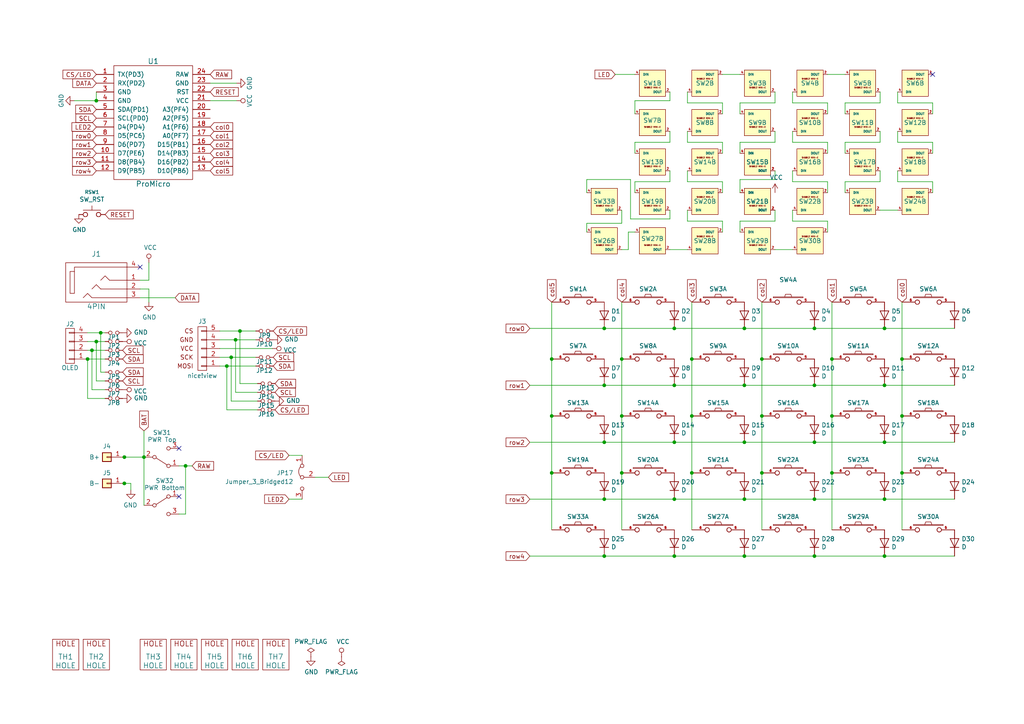
<source format=kicad_sch>
(kicad_sch (version 20231120) (generator "eeschema") (generator_version "8.0")
  (paper "A4")
  (junction (at 195.58 128.27))
  (junction (at 160.02 120.65))
  (junction (at 41.7576 132.588))
  (junction (at 261.62 104.14))
  (junction (at 195.58 111.76))
  (junction (at 256.54 128.27))
  (junction (at 256.54 161.29))
  (junction (at 160.02 104.14))
  (junction (at 27.94 99.06))
  (junction (at 29.21 96.52))
  (junction (at 67.056 103.632))
  (junction (at 200.66 104.14))
  (junction (at 236.22 128.27))
  (junction (at 220.98 137.16))
  (junction (at 236.22 95.25))
  (junction (at 69.596 96.012))
  (junction (at 160.02 137.16))
  (junction (at 65.786 106.172))
  (junction (at 175.26 128.27))
  (junction (at 195.58 95.25))
  (junction (at 256.54 111.76))
  (junction (at 200.66 137.16))
  (junction (at 261.62 137.16))
  (junction (at 220.98 104.14))
  (junction (at 236.22 111.76))
  (junction (at 175.26 144.78))
  (junction (at 180.34 104.14))
  (junction (at 256.54 95.25))
  (junction (at 68.326 98.552))
  (junction (at 215.9 95.25))
  (junction (at 241.3 120.65))
  (junction (at 215.9 128.27))
  (junction (at 195.58 144.78))
  (junction (at 236.22 144.78))
  (junction (at 215.9 144.78))
  (junction (at 175.26 111.76))
  (junction (at 27.94 29.21))
  (junction (at 175.26 95.25))
  (junction (at 220.98 120.65))
  (junction (at 200.66 120.65))
  (junction (at 195.58 161.29))
  (junction (at 25.4 104.14))
  (junction (at 180.34 137.16))
  (junction (at 36.068 140.208))
  (junction (at 53.8226 135.128))
  (junction (at 256.54 144.78))
  (junction (at 241.3 104.14))
  (junction (at 26.67 101.6))
  (junction (at 215.9 111.76))
  (junction (at 241.3 137.16))
  (junction (at 180.34 120.65))
  (junction (at 215.9 161.29))
  (junction (at 36.068 132.588))
  (junction (at 175.26 161.29))
  (junction (at 236.22 161.29))
  (junction (at 261.62 120.65))
  (no_connect (at 51.9176 130.048))
  (no_connect (at 51.9176 144.018))
  (no_connect (at 40.64 77.47))
  (no_connect (at 270.51 21.59))
  (wire (pts (xy 69.596 111.252) (xy 69.596 96.012)))
  (wire (pts (xy 160.02 120.65) (xy 160.02 137.16)))
  (wire (pts (xy 215.9 128.27) (xy 236.22 128.27)))
  (wire (pts (xy 229.87 29.845) (xy 229.87 26.67)))
  (wire (pts (xy 40.64 86.36) (xy 50.8 86.36)))
  (wire (pts (xy 41.7576 124.968) (xy 41.7576 132.588)))
  (wire (pts (xy 175.26 161.29) (xy 195.58 161.29)))
  (wire (pts (xy 199.39 29.845) (xy 199.39 26.67)))
  (wire (pts (xy 199.39 41.275) (xy 199.39 38.1)))
  (wire (pts (xy 63.754 106.172) (xy 65.786 106.172)))
  (wire (pts (xy 199.39 52.705) (xy 199.39 49.53)))
  (wire (pts (xy 256.54 128.27) (xy 276.86 128.27)))
  (wire (pts (xy 209.55 64.135) (xy 199.39 64.135)))
  (wire (pts (xy 180.34 72.39) (xy 182.245 72.39)))
  (wire (pts (xy 224.79 26.67) (xy 224.79 29.845)))
  (wire (pts (xy 60.96 29.21) (xy 68.58 29.21)))
  (wire (pts (xy 25.4 99.06) (xy 27.94 99.06)))
  (wire (pts (xy 51.9176 149.098) (xy 53.8226 149.098)))
  (wire (pts (xy 182.245 67.31) (xy 184.15 67.31)))
  (wire (pts (xy 184.15 41.275) (xy 184.15 44.45)))
  (wire (pts (xy 220.98 120.65) (xy 220.98 137.16)))
  (wire (pts (xy 87.63 132.08) (xy 83.82 132.08)))
  (wire (pts (xy 51.9176 135.128) (xy 53.8226 135.128)))
  (wire (pts (xy 194.31 49.53) (xy 194.31 52.705)))
  (wire (pts (xy 25.4 115.57) (xy 30.48 115.57)))
  (wire (pts (xy 27.94 110.49) (xy 30.48 110.49)))
  (wire (pts (xy 36.068 140.208) (xy 36.0426 140.208)))
  (wire (pts (xy 270.51 44.45) (xy 270.51 41.275)))
  (wire (pts (xy 236.22 128.27) (xy 256.54 128.27)))
  (wire (pts (xy 215.9 111.76) (xy 236.22 111.76)))
  (wire (pts (xy 53.8226 149.098) (xy 53.8226 135.128)))
  (wire (pts (xy 41.7576 132.588) (xy 41.7576 146.558)))
  (wire (pts (xy 241.3 137.16) (xy 241.3 120.65)))
  (wire (pts (xy 43.18 81.28) (xy 40.64 81.28)))
  (wire (pts (xy 209.55 33.02) (xy 209.55 29.845)))
  (wire (pts (xy 240.03 64.135) (xy 229.87 64.135)))
  (wire (pts (xy 27.94 26.67) (xy 27.94 29.21)))
  (wire (pts (xy 200.66 104.14) (xy 200.66 120.65)))
  (wire (pts (xy 229.87 64.135) (xy 229.87 60.96)))
  (wire (pts (xy 209.55 29.845) (xy 199.39 29.845)))
  (wire (pts (xy 256.54 161.29) (xy 276.86 161.29)))
  (wire (pts (xy 37.9476 142.113) (xy 37.9476 140.208)))
  (wire (pts (xy 214.63 41.275) (xy 214.63 44.45)))
  (wire (pts (xy 195.58 128.27) (xy 175.26 128.27)))
  (wire (pts (xy 67.056 116.332) (xy 67.056 103.632)))
  (wire (pts (xy 25.4 104.14) (xy 25.4 115.57)))
  (wire (pts (xy 194.31 41.275) (xy 184.15 41.275)))
  (wire (pts (xy 95.25 138.43) (xy 91.44 138.43)))
  (wire (pts (xy 194.31 72.39) (xy 199.39 72.39)))
  (wire (pts (xy 195.58 95.25) (xy 215.9 95.25)))
  (wire (pts (xy 224.79 52.07) (xy 214.63 52.07)))
  (wire (pts (xy 224.79 60.96) (xy 224.79 64.135)))
  (wire (pts (xy 160.02 87.63) (xy 160.02 104.14)))
  (wire (pts (xy 240.03 52.705) (xy 229.87 52.705)))
  (wire (pts (xy 43.18 83.82) (xy 43.18 87.63)))
  (wire (pts (xy 184.15 52.705) (xy 184.15 55.88)))
  (wire (pts (xy 245.11 29.845) (xy 245.11 33.02)))
  (wire (pts (xy 194.31 52.705) (xy 184.15 52.705)))
  (wire (pts (xy 261.62 104.14) (xy 261.62 87.63)))
  (wire (pts (xy 256.54 95.25) (xy 276.86 95.25)))
  (wire (pts (xy 182.245 72.39) (xy 182.245 67.31)))
  (wire (pts (xy 261.62 120.65) (xy 261.62 104.14)))
  (wire (pts (xy 245.11 52.705) (xy 245.11 55.88)))
  (wire (pts (xy 160.02 104.14) (xy 160.02 120.65)))
  (wire (pts (xy 178.435 21.59) (xy 184.15 21.59)))
  (wire (pts (xy 63.754 101.092) (xy 78.994 101.092)))
  (wire (pts (xy 240.03 55.88) (xy 240.03 52.705)))
  (wire (pts (xy 25.4 101.6) (xy 26.67 101.6)))
  (wire (pts (xy 65.786 106.172) (xy 74.168 106.172)))
  (wire (pts (xy 224.79 29.845) (xy 214.63 29.845)))
  (wire (pts (xy 260.35 41.275) (xy 260.35 38.1)))
  (wire (pts (xy 195.58 95.25) (xy 175.26 95.25)))
  (wire (pts (xy 255.27 52.705) (xy 245.11 52.705)))
  (wire (pts (xy 53.8226 135.128) (xy 55.7276 135.128)))
  (wire (pts (xy 255.27 60.96) (xy 260.35 60.96)))
  (wire (pts (xy 195.58 161.29) (xy 215.9 161.29)))
  (wire (pts (xy 200.66 137.16) (xy 200.66 153.67)))
  (wire (pts (xy 256.54 95.25) (xy 236.22 95.25)))
  (wire (pts (xy 194.31 38.1) (xy 194.31 41.275)))
  (wire (pts (xy 194.31 60.96) (xy 194.31 63.5)))
  (wire (pts (xy 209.55 41.275) (xy 199.39 41.275)))
  (wire (pts (xy 255.27 38.1) (xy 255.27 41.275)))
  (wire (pts (xy 175.26 95.25) (xy 153.67 95.25)))
  (wire (pts (xy 224.79 41.275) (xy 214.63 41.275)))
  (wire (pts (xy 245.11 41.275) (xy 245.11 44.45)))
  (wire (pts (xy 214.63 64.135) (xy 214.63 67.31)))
  (wire (pts (xy 180.34 137.16) (xy 180.34 153.67)))
  (wire (pts (xy 37.9476 140.208) (xy 36.068 140.208)))
  (wire (pts (xy 29.21 96.52) (xy 30.48 96.52)))
  (wire (pts (xy 220.98 104.14) (xy 220.98 120.65)))
  (wire (pts (xy 270.51 52.705) (xy 260.35 52.705)))
  (wire (pts (xy 224.79 72.39) (xy 229.87 72.39)))
  (wire (pts (xy 209.55 44.45) (xy 209.55 41.275)))
  (wire (pts (xy 180.34 87.63) (xy 180.34 104.14)))
  (wire (pts (xy 87.63 144.78) (xy 83.82 144.78)))
  (wire (pts (xy 36.0426 132.588) (xy 36.068 132.588)))
  (wire (pts (xy 25.4 96.52) (xy 29.21 96.52)))
  (wire (pts (xy 69.596 96.012) (xy 74.168 96.012)))
  (wire (pts (xy 195.58 111.76) (xy 215.9 111.76)))
  (wire (pts (xy 214.63 29.845) (xy 214.63 33.02)))
  (wire (pts (xy 256.54 111.76) (xy 276.86 111.76)))
  (wire (pts (xy 29.21 107.95) (xy 30.48 107.95)))
  (wire (pts (xy 199.39 64.135) (xy 199.39 60.96)))
  (wire (pts (xy 180.34 120.65) (xy 180.34 137.16)))
  (wire (pts (xy 255.27 29.845) (xy 245.11 29.845)))
  (wire (pts (xy 241.3 87.63) (xy 241.3 104.14)))
  (wire (pts (xy 209.55 67.31) (xy 209.55 64.135)))
  (wire (pts (xy 236.22 161.29) (xy 256.54 161.29)))
  (wire (pts (xy 26.67 101.6) (xy 26.67 113.03)))
  (wire (pts (xy 241.3 104.14) (xy 241.3 120.65)))
  (wire (pts (xy 27.94 29.21) (xy 21.59 29.21)))
  (wire (pts (xy 240.03 33.02) (xy 240.03 29.845)))
  (wire (pts (xy 200.66 120.65) (xy 200.66 137.16)))
  (wire (pts (xy 182.88 52.07) (xy 170.18 52.07)))
  (wire (pts (xy 26.67 101.6) (xy 30.48 101.6)))
  (wire (pts (xy 270.51 41.275) (xy 260.35 41.275)))
  (wire (pts (xy 270.51 33.02) (xy 270.51 29.845)))
  (wire (pts (xy 27.94 99.06) (xy 30.48 99.06)))
  (wire (pts (xy 195.58 111.76) (xy 175.26 111.76)))
  (wire (pts (xy 30.48 104.14) (xy 25.4 104.14)))
  (wire (pts (xy 43.18 76.2) (xy 43.18 81.28)))
  (wire (pts (xy 60.96 24.13) (xy 68.58 24.13)))
  (wire (pts (xy 68.326 98.552) (xy 74.168 98.552)))
  (wire (pts (xy 209.55 21.59) (xy 214.63 21.59)))
  (wire (pts (xy 224.79 38.1) (xy 224.79 41.275)))
  (wire (pts (xy 229.87 41.275) (xy 229.87 38.1)))
  (wire (pts (xy 240.03 29.845) (xy 229.87 29.845)))
  (wire (pts (xy 63.754 98.552) (xy 68.326 98.552)))
  (wire (pts (xy 260.35 52.705) (xy 260.35 49.53)))
  (wire (pts (xy 27.94 99.06) (xy 27.94 110.49)))
  (wire (pts (xy 261.62 120.65) (xy 261.62 137.16)))
  (wire (pts (xy 236.22 111.76) (xy 256.54 111.76)))
  (wire (pts (xy 214.63 52.07) (xy 214.63 55.88)))
  (wire (pts (xy 29.21 96.52) (xy 29.21 107.95)))
  (wire (pts (xy 194.31 63.5) (xy 182.88 63.5)))
  (wire (pts (xy 36.068 132.588) (xy 41.7576 132.588)))
  (wire (pts (xy 170.18 64.77) (xy 170.18 67.31)))
  (wire (pts (xy 40.64 83.82) (xy 43.18 83.82)))
  (wire (pts (xy 261.62 137.16) (xy 261.62 153.67)))
  (wire (pts (xy 175.26 111.76) (xy 153.67 111.76)))
  (wire (pts (xy 255.27 49.53) (xy 255.27 52.705)))
  (wire (pts (xy 255.27 41.275) (xy 245.11 41.275)))
  (wire (pts (xy 26.67 113.03) (xy 30.48 113.03)))
  (wire (pts (xy 256.54 144.78) (xy 276.86 144.78)))
  (wire (pts (xy 184.15 29.21) (xy 184.15 33.02)))
  (wire (pts (xy 195.58 144.78) (xy 215.9 144.78)))
  (wire (pts (xy 270.51 55.88) (xy 270.51 52.705)))
  (wire (pts (xy 180.34 104.14) (xy 180.34 120.65)))
  (wire (pts (xy 255.27 26.67) (xy 255.27 29.845)))
  (wire (pts (xy 74.676 113.792) (xy 68.326 113.792)))
  (wire (pts (xy 65.786 118.872) (xy 65.786 106.172)))
  (wire (pts (xy 153.67 161.29) (xy 175.26 161.29)))
  (wire (pts (xy 260.35 29.845) (xy 260.35 26.67)))
  (wire (pts (xy 240.03 41.275) (xy 229.87 41.275)))
  (wire (pts (xy 180.34 64.77) (xy 170.18 64.77)))
  (wire (pts (xy 195.58 144.78) (xy 175.26 144.78)))
  (wire (pts (xy 209.55 52.705) (xy 199.39 52.705)))
  (wire (pts (xy 241.3 137.16) (xy 241.3 153.67)))
  (wire (pts (xy 200.66 87.63) (xy 200.66 104.14)))
  (wire (pts (xy 215.9 144.78) (xy 236.22 144.78)))
  (wire (pts (xy 194.31 26.67) (xy 194.31 29.21)))
  (wire (pts (xy 67.056 103.632) (xy 74.168 103.632)))
  (wire (pts (xy 220.98 137.16) (xy 220.98 153.67)))
  (wire (pts (xy 240.03 44.45) (xy 240.03 41.275)))
  (wire (pts (xy 215.9 161.29) (xy 236.22 161.29)))
  (wire (pts (xy 224.79 64.135) (xy 214.63 64.135)))
  (wire (pts (xy 170.18 52.07) (xy 170.18 55.88)))
  (wire (pts (xy 240.03 21.59) (xy 245.11 21.59)))
  (wire (pts (xy 270.51 29.845) (xy 260.35 29.845)))
  (wire (pts (xy 63.754 103.632) (xy 67.056 103.632)))
  (wire (pts (xy 224.79 49.53) (xy 224.79 52.07)))
  (wire (pts (xy 63.754 96.012) (xy 69.596 96.012)))
  (wire (pts (xy 68.326 113.792) (xy 68.326 98.552)))
  (wire (pts (xy 74.676 111.252) (xy 69.596 111.252)))
  (wire (pts (xy 229.87 52.705) (xy 229.87 49.53)))
  (wire (pts (xy 220.98 87.63) (xy 220.98 104.14)))
  (wire (pts (xy 74.676 118.872) (xy 65.786 118.872)))
  (wire (pts (xy 215.9 95.25) (xy 236.22 95.25)))
  (wire (pts (xy 74.676 116.332) (xy 67.056 116.332)))
  (wire (pts (xy 175.26 128.27) (xy 153.67 128.27)))
  (wire (pts (xy 240.03 67.31) (xy 240.03 64.135)))
  (wire (pts (xy 180.34 60.96) (xy 180.34 64.77)))
  (wire (pts (xy 160.02 137.16) (xy 160.02 153.67)))
  (wire (pts (xy 209.55 55.88) (xy 209.55 52.705)))
  (wire (pts (xy 236.22 144.78) (xy 256.54 144.78)))
  (wire (pts (xy 194.31 29.21) (xy 184.15 29.21)))
  (wire (pts (xy 195.58 128.27) (xy 215.9 128.27)))
  (wire (pts (xy 182.88 63.5) (xy 182.88 52.07)))
  (wire (pts (xy 175.26 144.78) (xy 153.67 144.78)))
  (global_label "col2" (shape input) (at 220.98 87.63 90) (property "Intersheetrefs" "${INTERSHEET_REFS}" (effects (hide yes))))
  (global_label "DATA" (shape input) (at 50.8 86.36 0) (property "Intersheetrefs" "${INTERSHEET_REFS}" (effects (hide yes))))
  (global_label "RESET" (shape input) (at 30.48 62.23 0) (property "Intersheetrefs" "${INTERSHEET_REFS}" (effects (hide yes))))
  (global_label "col4" (shape input) (at 60.96 46.99 0) (property "Intersheetrefs" "${INTERSHEET_REFS}" (effects (hide yes))))
  (global_label "RESET" (shape input) (at 60.96 26.67 0) (property "Intersheetrefs" "${INTERSHEET_REFS}" (effects (hide yes))))
  (global_label "row3" (shape input) (at 153.67 144.78 180) (property "Intersheetrefs" "${INTERSHEET_REFS}" (effects (hide yes))))
  (global_label "row1" (shape input) (at 153.67 111.76 180) (property "Intersheetrefs" "${INTERSHEET_REFS}" (effects (hide yes))))
  (global_label "col0" (shape input) (at 60.96 36.83 0) (property "Intersheetrefs" "${INTERSHEET_REFS}" (effects (hide yes))))
  (global_label "CS{slash}LED" (shape input) (at 83.82 132.08 180) (property "Intersheetrefs" "${INTERSHEET_REFS}" (effects (hide yes))))
  (global_label "LED2" (shape input) (at 27.94 36.83 180) (property "Intersheetrefs" "${INTERSHEET_REFS}" (effects (hide yes))))
  (global_label "col2" (shape input) (at 60.96 41.91 0) (property "Intersheetrefs" "${INTERSHEET_REFS}" (effects (hide yes))))
  (global_label "row4" (shape input) (at 27.94 49.53 180) (property "Intersheetrefs" "${INTERSHEET_REFS}" (effects (hide yes))))
  (global_label "col3" (shape input) (at 200.66 87.63 90) (property "Intersheetrefs" "${INTERSHEET_REFS}" (effects (hide yes))))
  (global_label "SDA" (shape input) (at 35.56 107.95 0) (property "Intersheetrefs" "${INTERSHEET_REFS}" (effects (hide yes))))
  (global_label "SCL" (shape input) (at 35.56 101.6 0) (property "Intersheetrefs" "${INTERSHEET_REFS}" (effects (hide yes))))
  (global_label "SCL" (shape input) (at 27.94 34.29 180) (property "Intersheetrefs" "${INTERSHEET_REFS}" (effects (hide yes))))
  (global_label "DATA" (shape input) (at 27.94 24.13 180) (property "Intersheetrefs" "${INTERSHEET_REFS}" (effects (hide yes))))
  (global_label "BAT" (shape input) (at 41.7576 124.968 90) (property "Intersheetrefs" "${INTERSHEET_REFS}" (effects (hide yes))))
  (global_label "CS{slash}LED" (shape input) (at 79.756 118.872 0) (property "Intersheetrefs" "${INTERSHEET_REFS}" (effects (hide yes))))
  (global_label "SCL" (shape input) (at 79.756 113.792 0) (property "Intersheetrefs" "${INTERSHEET_REFS}" (effects (hide yes))))
  (global_label "row4" (shape input) (at 153.67 161.29 180) (property "Intersheetrefs" "${INTERSHEET_REFS}" (effects (hide yes))))
  (global_label "row2" (shape input) (at 153.67 128.27 180) (property "Intersheetrefs" "${INTERSHEET_REFS}" (effects (hide yes))))
  (global_label "row0" (shape input) (at 27.94 39.37 180) (property "Intersheetrefs" "${INTERSHEET_REFS}" (effects (hide yes))))
  (global_label "CS{slash}LED" (shape input) (at 27.94 21.59 180) (property "Intersheetrefs" "${INTERSHEET_REFS}" (effects (hide yes))))
  (global_label "SDA" (shape input) (at 79.248 106.172 0) (property "Intersheetrefs" "${INTERSHEET_REFS}" (effects (hide yes))))
  (global_label "LED" (shape input) (at 95.25 138.43 0) (property "Intersheetrefs" "${INTERSHEET_REFS}" (effects (hide yes))))
  (global_label "col5" (shape input) (at 60.96 49.53 0) (property "Intersheetrefs" "${INTERSHEET_REFS}" (effects (hide yes))))
  (global_label "SDA" (shape input) (at 27.94 31.75 180) (property "Intersheetrefs" "${INTERSHEET_REFS}" (effects (hide yes))))
  (global_label "RAW" (shape input) (at 60.96 21.59 0) (property "Intersheetrefs" "${INTERSHEET_REFS}" (effects (hide yes))))
  (global_label "row1" (shape input) (at 27.94 41.91 180) (property "Intersheetrefs" "${INTERSHEET_REFS}" (effects (hide yes))))
  (global_label "row0" (shape input) (at 153.67 95.25 180) (property "Intersheetrefs" "${INTERSHEET_REFS}" (effects (hide yes))))
  (global_label "col1" (shape input) (at 60.96 39.37 0) (property "Intersheetrefs" "${INTERSHEET_REFS}" (effects (hide yes))))
  (global_label "LED" (shape input) (at 178.435 21.59 180) (property "Intersheetrefs" "${INTERSHEET_REFS}" (effects (hide yes))))
  (global_label "CS{slash}LED" (shape input) (at 79.248 96.012 0) (property "Intersheetrefs" "${INTERSHEET_REFS}" (effects (hide yes))))
  (global_label "LED2" (shape input) (at 83.82 144.78 180) (property "Intersheetrefs" "${INTERSHEET_REFS}" (effects (hide yes))))
  (global_label "SCL" (shape input) (at 35.56 110.49 0) (property "Intersheetrefs" "${INTERSHEET_REFS}" (effects (hide yes))))
  (global_label "row2" (shape input) (at 27.94 44.45 180) (property "Intersheetrefs" "${INTERSHEET_REFS}" (effects (hide yes))))
  (global_label "SDA" (shape input) (at 79.756 111.252 0) (property "Intersheetrefs" "${INTERSHEET_REFS}" (effects (hide yes))))
  (global_label "RAW" (shape input) (at 55.7276 135.128 0) (property "Intersheetrefs" "${INTERSHEET_REFS}" (effects (hide yes))))
  (global_label "col1" (shape input) (at 241.3 87.63 90) (property "Intersheetrefs" "${INTERSHEET_REFS}" (effects (hide yes))))
  (global_label "col5" (shape input) (at 160.02 87.63 90) (property "Intersheetrefs" "${INTERSHEET_REFS}" (effects (hide yes))))
  (global_label "col3" (shape input) (at 60.96 44.45 0) (property "Intersheetrefs" "${INTERSHEET_REFS}" (effects (hide yes))))
  (global_label "row3" (shape input) (at 27.94 46.99 180) (property "Intersheetrefs" "${INTERSHEET_REFS}" (effects (hide yes))))
  (global_label "col0" (shape input) (at 261.62 87.63 90) (property "Intersheetrefs" "${INTERSHEET_REFS}" (effects (hide yes))))
  (global_label "col4" (shape input) (at 180.34 87.63 90) (property "Intersheetrefs" "${INTERSHEET_REFS}" (effects (hide yes))))
  (global_label "SDA" (shape input) (at 35.56 104.14 0) (property "Intersheetrefs" "${INTERSHEET_REFS}" (effects (hide yes))))
  (global_label "SCL" (shape input) (at 79.248 103.632 0) (property "Intersheetrefs" "${INTERSHEET_REFS}" (effects (hide yes))))
  (symbol (lib_id "SofleKeyboard-rescue:ProMicro_2-Lily58-cache-Lily58_Pro-rescue") (at 44.45 35.56 0) (unit 1)
    (property "Reference" "U1" (at 44.45 17.78 0) (effects (font (size 1.524 1.524))))
    (property "Value" "ProMicro" (at 44.45 53.34 0) (effects (font (size 1.524 1.524))))
    (property "Footprint" "SofleChoc:ProMicro" (effects (hide yes)))
  )
  (symbol (lib_id "SofleKeyboard:SW_PUSH_LED") (at 187.96 153.67 0) (unit 1)
    (property "Reference" "SW26" (at 187.96 149.86 0))
    (property "Value" "SW_PUSH_LED" (effects (hide yes)))
    (property "Footprint" "SofleChoc:Choc_Hotswap_SK6812MiniE" (effects (hide yes)))
  )
  (symbol (lib_id "SofleKeyboard:SW_PUSH_LED") (at 167.64 87.63 0) (unit 1)
    (property "Reference" "SW1" (at 167.64 83.82 0))
    (property "Value" "SW_PUSH_LED" (effects (hide yes)))
    (property "Footprint" "SofleChoc:Choc_Hotswap_SK6812MiniE" (effects (hide yes)))
  )
  (symbol (lib_id "SofleKeyboard-rescue:D-Lily58-cache-Lily58_Pro-rescue") (at 175.26 91.44 90) (unit 1)
    (property "Reference" "D1" (at 177.2666 90.2716 90) (effects (justify right)))
    (property "Value" "D" (at 177.2666 92.583 90) (effects (justify right)))
    (property "Footprint" "SofleChoc:crkbd-diode" (effects (hide yes)))
  )
  (symbol (lib_id "SofleKeyboard:SW_PUSH_LED") (at 187.96 87.63 0) (unit 1)
    (property "Reference" "SW2" (at 187.96 83.82 0))
    (property "Value" "SW_PUSH_LED" (effects (hide yes)))
    (property "Footprint" "SofleChoc:Choc_Hotswap_SK6812MiniE" (effects (hide yes)))
  )
  (symbol (lib_id "SofleKeyboard-rescue:D-Lily58-cache-Lily58_Pro-rescue") (at 195.58 91.44 90) (unit 1)
    (property "Reference" "D2" (at 197.5866 90.2716 90) (effects (justify right)))
    (property "Value" "D" (at 197.5866 92.583 90) (effects (justify right)))
    (property "Footprint" "SofleChoc:crkbd-diode" (effects (hide yes)))
  )
  (symbol (lib_id "SofleKeyboard:SW_PUSH_LED") (at 208.28 87.63 0) (unit 1)
    (property "Reference" "SW3" (at 208.28 83.82 0))
    (property "Value" "SW_PUSH_LED" (effects (hide yes)))
    (property "Footprint" "SofleChoc:Choc_Hotswap_SK6812MiniE" (effects (hide yes)))
  )
  (symbol (lib_id "SofleKeyboard-rescue:D-Lily58-cache-Lily58_Pro-rescue") (at 215.9 91.44 90) (unit 1)
    (property "Reference" "D3" (at 217.9066 90.2716 90) (effects (justify right)))
    (property "Value" "D" (at 217.9066 92.583 90) (effects (justify right)))
    (property "Footprint" "SofleChoc:crkbd-diode" (effects (hide yes)))
  )
  (symbol (lib_id "SofleKeyboard:SW_PUSH_LED") (at 228.6 87.63 0) (unit 1)
    (property "Reference" "SW4" (at 228.6 81.153 0))
    (property "Value" "SW_PUSH_LED" (effects (hide yes)))
    (property "Footprint" "SofleChoc:Choc_Hotswap_SK6812MiniE" (effects (hide yes)))
  )
  (symbol (lib_id "SofleKeyboard-rescue:D-Lily58-cache-Lily58_Pro-rescue") (at 236.22 91.44 90) (unit 1)
    (property "Reference" "D4" (at 238.2266 90.2716 90) (effects (justify right)))
    (property "Value" "D" (at 238.2266 92.583 90) (effects (justify right)))
    (property "Footprint" "SofleChoc:crkbd-diode" (effects (hide yes)))
  )
  (symbol (lib_id "SofleKeyboard:SW_PUSH_LED") (at 248.92 87.63 0) (unit 1)
    (property "Reference" "SW5" (at 248.92 83.82 0))
    (property "Value" "SW_PUSH_LED" (effects (hide yes)))
    (property "Footprint" "SofleChoc:Choc_Hotswap_SK6812MiniE" (effects (hide yes)))
  )
  (symbol (lib_id "SofleKeyboard-rescue:D-Lily58-cache-Lily58_Pro-rescue") (at 256.54 91.44 90) (unit 1)
    (property "Reference" "D5" (at 258.5466 90.2716 90) (effects (justify right)))
    (property "Value" "D" (at 258.5466 92.583 90) (effects (justify right)))
    (property "Footprint" "SofleChoc:crkbd-diode" (effects (hide yes)))
  )
  (symbol (lib_id "SofleKeyboard:SW_PUSH_LED") (at 269.24 87.63 0) (unit 1)
    (property "Reference" "SW6" (at 269.24 83.82 0))
    (property "Value" "SW_PUSH_LED" (effects (hide yes)))
    (property "Footprint" "SofleChoc:Choc_Hotswap_SK6812MiniE" (effects (hide yes)))
  )
  (symbol (lib_id "SofleKeyboard-rescue:D-Lily58-cache-Lily58_Pro-rescue") (at 276.86 91.44 90) (unit 1)
    (property "Reference" "D6" (at 278.8666 90.2716 90) (effects (justify right)))
    (property "Value" "D" (at 278.8666 92.583 90) (effects (justify right)))
    (property "Footprint" "SofleChoc:crkbd-diode" (effects (hide yes)))
  )
  (symbol (lib_id "SofleKeyboard:SW_PUSH_LED") (at 187.96 104.14 0) (unit 1)
    (property "Reference" "SW8" (at 187.96 100.33 0))
    (property "Value" "SW_PUSH_LED" (effects (hide yes)))
    (property "Footprint" "SofleChoc:Choc_Hotswap_SK6812MiniE" (effects (hide yes)))
  )
  (symbol (lib_id "SofleKeyboard:SW_PUSH_LED") (at 208.28 104.14 0) (unit 1)
    (property "Reference" "SW9" (at 208.28 100.33 0))
    (property "Value" "SW_PUSH_LED" (effects (hide yes)))
    (property "Footprint" "SofleChoc:Choc_Hotswap_SK6812MiniE" (effects (hide yes)))
  )
  (symbol (lib_id "SofleKeyboard:SW_PUSH_LED") (at 228.6 104.14 0) (unit 1)
    (property "Reference" "SW10" (at 228.6 100.33 0))
    (property "Value" "SW_PUSH_LED" (effects (hide yes)))
    (property "Footprint" "SofleChoc:Choc_Hotswap_SK6812MiniE" (effects (hide yes)))
  )
  (symbol (lib_id "SofleKeyboard:SW_PUSH_LED") (at 248.92 104.14 0) (unit 1)
    (property "Reference" "SW11" (at 248.92 100.33 0))
    (property "Value" "SW_PUSH_LED" (effects (hide yes)))
    (property "Footprint" "SofleChoc:Choc_Hotswap_SK6812MiniE" (effects (hide yes)))
  )
  (symbol (lib_id "SofleKeyboard:SW_PUSH_LED") (at 269.24 104.14 0) (unit 1)
    (property "Reference" "SW12" (at 269.24 100.33 0))
    (property "Value" "SW_PUSH_LED" (effects (hide yes)))
    (property "Footprint" "SofleChoc:Choc_Hotswap_SK6812MiniE" (effects (hide yes)))
  )
  (symbol (lib_id "SofleKeyboard:SW_PUSH_LED") (at 167.64 104.14 0) (unit 1)
    (property "Reference" "SW7" (at 167.64 100.33 0))
    (property "Value" "SW_PUSH_LED" (effects (hide yes)))
    (property "Footprint" "SofleChoc:Choc_Hotswap_SK6812MiniE" (effects (hide yes)))
  )
  (symbol (lib_id "SofleKeyboard-rescue:D-Lily58-cache-Lily58_Pro-rescue") (at 175.26 107.95 90) (unit 1)
    (property "Reference" "D7" (at 177.2666 106.7816 90) (effects (justify right)))
    (property "Value" "D" (at 177.2666 109.093 90) (effects (justify right)))
    (property "Footprint" "SofleChoc:crkbd-diode" (effects (hide yes)))
  )
  (symbol (lib_id "SofleKeyboard-rescue:D-Lily58-cache-Lily58_Pro-rescue") (at 195.58 107.95 90) (unit 1)
    (property "Reference" "D8" (at 197.5866 106.7816 90) (effects (justify right)))
    (property "Value" "D" (at 197.5866 109.093 90) (effects (justify right)))
    (property "Footprint" "SofleChoc:crkbd-diode" (effects (hide yes)))
  )
  (symbol (lib_id "SofleKeyboard-rescue:D-Lily58-cache-Lily58_Pro-rescue") (at 215.9 107.95 90) (unit 1)
    (property "Reference" "D9" (at 217.9066 106.7816 90) (effects (justify right)))
    (property "Value" "D" (at 217.9066 109.093 90) (effects (justify right)))
    (property "Footprint" "SofleChoc:crkbd-diode" (effects (hide yes)))
  )
  (symbol (lib_id "SofleKeyboard-rescue:D-Lily58-cache-Lily58_Pro-rescue") (at 236.22 107.95 90) (unit 1)
    (property "Reference" "D10" (at 238.2266 106.7816 90) (effects (justify right)))
    (property "Value" "D" (at 238.2266 109.093 90) (effects (justify right)))
    (property "Footprint" "SofleChoc:crkbd-diode" (effects (hide yes)))
  )
  (symbol (lib_id "SofleKeyboard-rescue:D-Lily58-cache-Lily58_Pro-rescue") (at 256.54 107.95 90) (unit 1)
    (property "Reference" "D11" (at 258.5466 106.7816 90) (effects (justify right)))
    (property "Value" "D" (at 258.5466 109.093 90) (effects (justify right)))
    (property "Footprint" "SofleChoc:crkbd-diode" (effects (hide yes)))
  )
  (symbol (lib_id "SofleKeyboard-rescue:D-Lily58-cache-Lily58_Pro-rescue") (at 276.86 107.95 90) (unit 1)
    (property "Reference" "D12" (at 278.8666 106.7816 90) (effects (justify right)))
    (property "Value" "D" (at 278.8666 109.093 90) (effects (justify right)))
    (property "Footprint" "SofleChoc:crkbd-diode" (effects (hide yes)))
  )
  (symbol (lib_id "SofleKeyboard:SW_PUSH_LED") (at 167.64 120.65 0) (unit 1)
    (property "Reference" "SW13" (at 167.64 116.84 0))
    (property "Value" "SW_PUSH_LED" (effects (hide yes)))
    (property "Footprint" "SofleChoc:Choc_Hotswap_SK6812MiniE" (effects (hide yes)))
  )
  (symbol (lib_id "SofleKeyboard:SW_PUSH_LED") (at 187.96 120.65 0) (unit 1)
    (property "Reference" "SW14" (at 187.96 116.84 0))
    (property "Value" "SW_PUSH_LED" (effects (hide yes)))
    (property "Footprint" "SofleChoc:Choc_Hotswap_SK6812MiniE" (effects (hide yes)))
  )
  (symbol (lib_id "SofleKeyboard:SW_PUSH_LED") (at 208.28 120.65 0) (unit 1)
    (property "Reference" "SW15" (at 208.28 116.84 0))
    (property "Value" "SW_PUSH_LED" (effects (hide yes)))
    (property "Footprint" "SofleChoc:Choc_Hotswap_SK6812MiniE" (effects (hide yes)))
  )
  (symbol (lib_id "SofleKeyboard:SW_PUSH_LED") (at 228.6 120.65 0) (unit 1)
    (property "Reference" "SW16" (at 228.6 116.84 0))
    (property "Value" "SW_PUSH_LED" (effects (hide yes)))
    (property "Footprint" "SofleChoc:Choc_Hotswap_SK6812MiniE" (effects (hide yes)))
  )
  (symbol (lib_id "SofleKeyboard:SW_PUSH_LED") (at 248.92 120.65 0) (unit 1)
    (property "Reference" "SW17" (at 248.92 116.84 0))
    (property "Value" "SW_PUSH_LED" (effects (hide yes)))
    (property "Footprint" "SofleChoc:Choc_Hotswap_SK6812MiniE" (effects (hide yes)))
  )
  (symbol (lib_id "SofleKeyboard:SW_PUSH_LED") (at 269.24 120.65 0) (unit 1)
    (property "Reference" "SW18" (at 269.24 116.84 0))
    (property "Value" "SW_PUSH_LED" (effects (hide yes)))
    (property "Footprint" "SofleChoc:Choc_Hotswap_SK6812MiniE" (effects (hide yes)))
  )
  (symbol (lib_id "SofleKeyboard-rescue:D-Lily58-cache-Lily58_Pro-rescue") (at 175.26 124.46 90) (unit 1)
    (property "Reference" "D13" (at 177.2666 123.2916 90) (effects (justify right)))
    (property "Value" "D" (at 177.2666 125.603 90) (effects (justify right)))
    (property "Footprint" "SofleChoc:crkbd-diode" (effects (hide yes)))
  )
  (symbol (lib_id "SofleKeyboard-rescue:D-Lily58-cache-Lily58_Pro-rescue") (at 195.58 124.46 90) (unit 1)
    (property "Reference" "D14" (at 197.5866 123.2916 90) (effects (justify right)))
    (property "Value" "D" (at 197.5866 125.603 90) (effects (justify right)))
    (property "Footprint" "SofleChoc:crkbd-diode" (effects (hide yes)))
  )
  (symbol (lib_id "SofleKeyboard-rescue:D-Lily58-cache-Lily58_Pro-rescue") (at 215.9 124.46 90) (unit 1)
    (property "Reference" "D15" (at 217.9066 123.2916 90) (effects (justify right)))
    (property "Value" "D" (at 217.9066 125.603 90) (effects (justify right)))
    (property "Footprint" "SofleChoc:crkbd-diode" (effects (hide yes)))
  )
  (symbol (lib_id "SofleKeyboard-rescue:D-Lily58-cache-Lily58_Pro-rescue") (at 236.22 124.46 90) (unit 1)
    (property "Reference" "D16" (at 238.2266 123.2916 90) (effects (justify right)))
    (property "Value" "D" (at 238.2266 125.603 90) (effects (justify right)))
    (property "Footprint" "SofleChoc:crkbd-diode" (effects (hide yes)))
  )
  (symbol (lib_id "SofleKeyboard-rescue:D-Lily58-cache-Lily58_Pro-rescue") (at 256.54 124.46 90) (unit 1)
    (property "Reference" "D17" (at 258.5466 123.2916 90) (effects (justify right)))
    (property "Value" "D" (at 258.5466 125.603 90) (effects (justify right)))
    (property "Footprint" "SofleChoc:crkbd-diode" (effects (hide yes)))
  )
  (symbol (lib_id "SofleKeyboard-rescue:D-Lily58-cache-Lily58_Pro-rescue") (at 276.86 124.46 90) (unit 1)
    (property "Reference" "D18" (at 278.8666 123.2916 90) (effects (justify right)))
    (property "Value" "D" (at 278.8666 125.603 90) (effects (justify right)))
    (property "Footprint" "SofleChoc:crkbd-diode" (effects (hide yes)))
  )
  (symbol (lib_id "SofleKeyboard:SW_PUSH_LED") (at 208.28 137.16 0) (unit 1)
    (property "Reference" "SW21" (at 208.28 133.35 0))
    (property "Value" "SW_PUSH_LED" (effects (hide yes)))
    (property "Footprint" "SofleChoc:Choc_Hotswap_SK6812MiniE" (effects (hide yes)))
  )
  (symbol (lib_id "SofleKeyboard:SW_PUSH_LED") (at 228.6 137.16 0) (unit 1)
    (property "Reference" "SW22" (at 228.6 133.35 0))
    (property "Value" "SW_PUSH_LED" (effects (hide yes)))
    (property "Footprint" "SofleChoc:Choc_Hotswap_SK6812MiniE" (effects (hide yes)))
  )
  (symbol (lib_id "SofleKeyboard:SW_PUSH_LED") (at 248.92 137.16 0) (unit 1)
    (property "Reference" "SW23" (at 248.92 133.35 0))
    (property "Value" "SW_PUSH_LED" (effects (hide yes)))
    (property "Footprint" "SofleChoc:Choc_Hotswap_SK6812MiniE" (effects (hide yes)))
  )
  (symbol (lib_id "SofleKeyboard:SW_PUSH_LED") (at 269.24 137.16 0) (unit 1)
    (property "Reference" "SW24" (at 269.24 133.35 0))
    (property "Value" "SW_PUSH_LED" (effects (hide yes)))
    (property "Footprint" "SofleChoc:Choc_Hotswap_SK6812MiniE" (effects (hide yes)))
  )
  (symbol (lib_id "SofleKeyboard:SW_PUSH_LED") (at 187.96 137.16 0) (unit 1)
    (property "Reference" "SW20" (at 187.96 133.35 0))
    (property "Value" "SW_PUSH_LED" (effects (hide yes)))
    (property "Footprint" "SofleChoc:Choc_Hotswap_SK6812MiniE" (effects (hide yes)))
  )
  (symbol (lib_id "SofleKeyboard:SW_PUSH_LED") (at 167.64 137.16 0) (unit 1)
    (property "Reference" "SW19" (at 167.64 133.35 0))
    (property "Value" "SW_PUSH_LED" (effects (hide yes)))
    (property "Footprint" "SofleChoc:Choc_Hotswap_SK6812MiniE" (effects (hide yes)))
  )
  (symbol (lib_id "SofleKeyboard-rescue:D-Lily58-cache-Lily58_Pro-rescue") (at 175.26 140.97 90) (unit 1)
    (property "Reference" "D19" (at 177.2666 139.8016 90) (effects (justify right)))
    (property "Value" "D" (at 177.2666 142.113 90) (effects (justify right)))
    (property "Footprint" "SofleChoc:crkbd-diode" (effects (hide yes)))
  )
  (symbol (lib_id "SofleKeyboard-rescue:D-Lily58-cache-Lily58_Pro-rescue") (at 195.58 140.97 90) (unit 1)
    (property "Reference" "D20" (at 197.5866 139.8016 90) (effects (justify right)))
    (property "Value" "D" (at 197.5866 142.113 90) (effects (justify right)))
    (property "Footprint" "SofleChoc:crkbd-diode" (effects (hide yes)))
  )
  (symbol (lib_id "SofleKeyboard-rescue:D-Lily58-cache-Lily58_Pro-rescue") (at 215.9 140.97 90) (unit 1)
    (property "Reference" "D21" (at 217.9066 139.8016 90) (effects (justify right)))
    (property "Value" "D" (at 217.9066 142.113 90) (effects (justify right)))
    (property "Footprint" "SofleChoc:crkbd-diode" (effects (hide yes)))
  )
  (symbol (lib_id "SofleKeyboard-rescue:D-Lily58-cache-Lily58_Pro-rescue") (at 236.22 140.97 90) (unit 1)
    (property "Reference" "D22" (at 238.2266 139.8016 90) (effects (justify right)))
    (property "Value" "D" (at 238.2266 142.113 90) (effects (justify right)))
    (property "Footprint" "SofleChoc:crkbd-diode" (effects (hide yes)))
  )
  (symbol (lib_id "SofleKeyboard-rescue:D-Lily58-cache-Lily58_Pro-rescue") (at 256.54 140.97 90) (unit 1)
    (property "Reference" "D23" (at 258.5466 139.8016 90) (effects (justify right)))
    (property "Value" "D" (at 258.5466 142.113 90) (effects (justify right)))
    (property "Footprint" "SofleChoc:crkbd-diode" (effects (hide yes)))
  )
  (symbol (lib_id "SofleKeyboard-rescue:D-Lily58-cache-Lily58_Pro-rescue") (at 276.86 140.97 90) (unit 1)
    (property "Reference" "D24" (at 278.8666 139.8016 90) (effects (justify right)))
    (property "Value" "D" (at 278.8666 142.113 90) (effects (justify right)))
    (property "Footprint" "SofleChoc:crkbd-diode" (effects (hide yes)))
  )
  (symbol (lib_id "SofleKeyboard:SW_PUSH_LED") (at 208.28 153.67 0) (unit 1)
    (property "Reference" "SW27" (at 208.28 149.86 0))
    (property "Value" "SW_PUSH_LED" (effects (hide yes)))
    (property "Footprint" "SofleChoc:Choc_Hotswap_SK6812MiniE" (effects (hide yes)))
  )
  (symbol (lib_id "SofleKeyboard:SW_PUSH_LED") (at 228.6 153.67 0) (unit 1)
    (property "Reference" "SW28" (at 228.6 149.86 0))
    (property "Value" "SW_PUSH_LED" (effects (hide yes)))
    (property "Footprint" "SofleChoc:Choc_Hotswap_SK6812MiniE" (effects (hide yes)))
  )
  (symbol (lib_id "SofleKeyboard:SW_PUSH_LED") (at 248.92 153.67 0) (unit 1)
    (property "Reference" "SW29" (at 248.92 149.86 0))
    (property "Value" "SW_PUSH_LED" (effects (hide yes)))
    (property "Footprint" "SofleChoc:Choc_Hotswap_SK6812MiniE" (effects (hide yes)))
  )
  (symbol (lib_id "SofleKeyboard-rescue:D-Lily58-cache-Lily58_Pro-rescue") (at 175.26 157.48 90) (unit 1)
    (property "Reference" "D25" (at 177.2666 156.3116 90) (effects (justify right)))
    (property "Value" "D" (at 177.2666 158.623 90) (effects (justify right)))
    (property "Footprint" "SofleChoc:crkbd-diode" (effects (hide yes)))
  )
  (symbol (lib_id "SofleKeyboard-rescue:D-Lily58-cache-Lily58_Pro-rescue") (at 195.58 157.48 90) (unit 1)
    (property "Reference" "D26" (at 197.5866 156.3116 90) (effects (justify right)))
    (property "Value" "D" (at 197.5866 158.623 90) (effects (justify right)))
    (property "Footprint" "SofleChoc:crkbd-diode" (effects (hide yes)))
  )
  (symbol (lib_id "SofleKeyboard-rescue:D-Lily58-cache-Lily58_Pro-rescue") (at 215.9 157.48 90) (unit 1)
    (property "Reference" "D27" (at 217.9066 156.3116 90) (effects (justify right)))
    (property "Value" "D" (at 217.9066 158.623 90) (effects (justify right)))
    (property "Footprint" "SofleChoc:crkbd-diode" (effects (hide yes)))
  )
  (symbol (lib_id "SofleKeyboard-rescue:D-Lily58-cache-Lily58_Pro-rescue") (at 236.22 157.48 90) (unit 1)
    (property "Reference" "D28" (at 238.2266 156.3116 90) (effects (justify right)))
    (property "Value" "D" (at 238.2266 158.623 90) (effects (justify right)))
    (property "Footprint" "SofleChoc:crkbd-diode" (effects (hide yes)))
  )
  (symbol (lib_id "SofleKeyboard-rescue:D-Lily58-cache-Lily58_Pro-rescue") (at 256.54 157.48 90) (unit 1)
    (property "Reference" "D29" (at 258.5466 156.3116 90) (effects (justify right)))
    (property "Value" "D" (at 258.5466 158.623 90) (effects (justify right)))
    (property "Footprint" "SofleChoc:crkbd-diode" (effects (hide yes)))
  )
  (symbol (lib_id "SofleKeyboard-rescue:VCC-Lily58-cache-Lily58_Pro-rescue") (at 68.58 29.21 270) (unit 1)
    (property "Reference" "#PWR04" (effects (hide yes)))
    (property "Value" "VCC" (at 72.39 29.21 0))
  )
  (symbol (lib_id "SofleKeyboard-rescue:MJ-4PP-9-Lily58-cache-Lily58_Pro-rescue") (at 29.21 81.28 0) (unit 1)
    (property "Reference" "J1" (at 27.94 73.66 0) (effects (font (size 1.524 1.524))))
    (property "Value" "4PIN" (at 27.94 88.9 0) (effects (font (size 1.524 1.524))))
    (property "Footprint" "SofleChoc:MJ-4PP-9" (effects (hide yes)))
  )
  (symbol (lib_id "SofleKeyboard-rescue:GND-Lily58-cache-Lily58_Pro-rescue") (at 22.86 62.23 0) (unit 1)
    (property "Reference" "#PWR010" (effects (hide yes)))
    (property "Value" "GND" (at 22.987 66.6242 0))
  )
  (symbol (lib_id "SofleKeyboard-rescue:PWR_FLAG-Lily58-cache-Lily58_Pro-rescue") (at 90.17 190.5 0) (unit 1)
    (property "Reference" "#FLG01" (effects (hide yes)))
    (property "Value" "PWR_FLAG" (at 90.17 186.0804 0))
  )
  (symbol (lib_id "SofleKeyboard-rescue:GND-Lily58-cache-Lily58_Pro-rescue") (at 90.17 190.5 0) (unit 1)
    (property "Reference" "#PWR012" (effects (hide yes)))
    (property "Value" "GND" (at 90.297 194.8942 0))
  )
  (symbol (lib_id "SofleKeyboard-rescue:VCC-Lily58-cache-Lily58_Pro-rescue") (at 99.06 190.5 0) (unit 1)
    (property "Reference" "#PWR013" (effects (hide yes)))
    (property "Value" "VCC" (at 99.4918 186.1058 0))
  )
  (symbol (lib_id "SofleKeyboard-rescue:PWR_FLAG-Lily58-cache-Lily58_Pro-rescue") (at 99.06 190.5 180) (unit 1)
    (property "Reference" "#FLG02" (effects (hide yes)))
    (property "Value" "PWR_FLAG" (at 99.06 194.8942 0))
  )
  (symbol (lib_id "SofleKeyboard-rescue:HOLE-Lily58-cache-Lily58_Pro-rescue") (at 19.05 190.5 0) (unit 1) (on_board no)
    (property "Reference" "TH1" (at 19.05 190.5 0) (effects (font (size 1.524 1.524))))
    (property "Value" "HOLE" (at 19.05 193.04 0) (effects (font (size 1.524 1.524))))
    (property "Footprint" "MountingHole:MountingHole_2.2mm_M2_ISO7380_Pad" (effects (hide yes)))
  )
  (symbol (lib_id "SofleKeyboard-rescue:HOLE-Lily58-cache-Lily58_Pro-rescue") (at 27.94 190.5 0) (unit 1) (on_board no)
    (property "Reference" "TH2" (at 27.94 190.5 0) (effects (font (size 1.524 1.524))))
    (property "Value" "HOLE" (at 27.94 193.04 0) (effects (font (size 1.524 1.524))))
    (property "Footprint" "MountingHole:MountingHole_2.2mm_M2_ISO7380_Pad" (effects (hide yes)))
  )
  (symbol (lib_id "SofleKeyboard-rescue:HOLE-Lily58-cache-Lily58_Pro-rescue") (at 53.34 190.5 0) (unit 1)
    (property "Reference" "TH4" (at 53.34 190.5 0) (effects (font (size 1.524 1.524))))
    (property "Value" "HOLE" (at 53.34 193.04 0) (effects (font (size 1.524 1.524))))
    (property "Footprint" "SofleChoc:HOLE_M2_TH_Smaller" (effects (hide yes)))
  )
  (symbol (lib_id "SofleKeyboard-rescue:HOLE-Lily58-cache-Lily58_Pro-rescue") (at 62.23 190.5 0) (unit 1)
    (property "Reference" "TH5" (at 62.23 190.5 0) (effects (font (size 1.524 1.524))))
    (property "Value" "HOLE" (at 62.23 193.04 0) (effects (font (size 1.524 1.524))))
    (property "Footprint" "SofleChoc:HOLE_M2_TH_Smaller" (effects (hide yes)))
  )
  (symbol (lib_id "SofleKeyboard-rescue:HOLE-Lily58-cache-Lily58_Pro-rescue") (at 71.12 190.5 0) (unit 1)
    (property "Reference" "TH6" (at 71.12 190.5 0) (effects (font (size 1.524 1.524))))
    (property "Value" "HOLE" (at 71.12 193.04 0) (effects (font (size 1.524 1.524))))
    (property "Footprint" "SofleChoc:HOLE_M2_TH_Smaller" (effects (hide yes)))
  )
  (symbol (lib_id "SofleKeyboard-rescue:HOLE-Lily58-cache-Lily58_Pro-rescue") (at 80.01 190.5 0) (unit 1)
    (property "Reference" "TH7" (at 80.01 190.5 0) (effects (font (size 1.524 1.524))))
    (property "Value" "HOLE" (at 80.01 193.04 0) (effects (font (size 1.524 1.524))))
    (property "Footprint" "SofleChoc:HOLE_M2_TH_Smaller" (effects (hide yes)))
  )
  (symbol (lib_id "SofleKeyboard-rescue:HOLE-Lily58-cache-Lily58_Pro-rescue") (at 44.45 190.5 0) (unit 1)
    (property "Reference" "TH3" (at 44.45 190.5 0) (effects (font (size 1.524 1.524))))
    (property "Value" "HOLE" (at 44.45 193.04 0) (effects (font (size 1.524 1.524))))
    (property "Footprint" "SofleChoc:HOLE_M2_TH_Smaller" (effects (hide yes)))
  )
  (symbol (lib_id "SofleKeyboard-rescue:GND-Lily58-cache-Lily58_Pro-rescue") (at 68.58 24.13 90) (unit 1)
    (property "Reference" "#PWR0101" (effects (hide yes)))
    (property "Value" "GND" (at 72.39 24.13 0))
  )
  (symbol (lib_id "SofleKeyboard-rescue:GND-Lily58-cache-Lily58_Pro-rescue") (at 21.59 29.21 270) (unit 1)
    (property "Reference" "#PWR0102" (effects (hide yes)))
    (property "Value" "GND" (at 17.78 29.21 0))
  )
  (symbol (lib_id "SofleKeyboard-rescue:SW_RST-Lily58-cache-Lily58_Pro-rescue") (at 26.67 62.23 0) (unit 1)
    (property "Reference" "RSW1" (at 26.67 55.7276 0) (effects (font (size 1.016 1.016))))
    (property "Value" "SW_RST" (at 26.67 57.8358 0))
    (property "Footprint" "SofleChoc:TACT_SWITCH_TVBP06" (effects (hide yes)))
  )
  (symbol (lib_id "SofleKeyboard-rescue:GND-power") (at 43.18 87.63 0) (unit 1)
    (property "Reference" "#PWR02" (effects (hide yes)))
    (property "Value" "GND" (at 43.307 92.0242 0))
  )
  (symbol (lib_id "SofleKeyboard-rescue:VCC-power") (at 43.18 76.2 0) (unit 1)
    (property "Reference" "#PWR01" (effects (hide yes)))
    (property "Value" "VCC" (at 43.6118 71.8058 0))
  )
  (symbol (lib_id "SofleKeyboard-rescue:OLED-Lily58-cache-Lily58_Pro-rescue") (at 20.32 100.33 180) (unit 1)
    (property "Reference" "J2" (at 20.32 93.98 0))
    (property "Value" "OLED" (at 20.32 106.68 0))
    (property "Footprint" "SofleChoc:OLED_4Pin" (effects (hide yes)))
  )
  (symbol (lib_id "SofleKeyboard-rescue:Jumper_NO_Small-Device") (at 33.02 96.52 0) (unit 1)
    (property "Reference" "JP1" (at 33.02 97.79 0))
    (property "Value" "Jumper_NO_Small" (effects (hide yes)))
    (property "Footprint" "SofleChoc:Jumper" (effects (hide yes)))
  )
  (symbol (lib_id "SofleKeyboard-rescue:Jumper_NO_Small-Device") (at 33.02 99.06 0) (unit 1)
    (property "Reference" "JP2" (at 33.02 100.33 0))
    (property "Value" "Jumper_NO_Small" (effects (hide yes)))
    (property "Footprint" "SofleChoc:Jumper" (effects (hide yes)))
  )
  (symbol (lib_id "SofleKeyboard-rescue:Jumper_NO_Small-Device") (at 33.02 101.6 0) (unit 1)
    (property "Reference" "JP3" (at 33.02 102.87 0))
    (property "Value" "Jumper_NO_Small" (effects (hide yes)))
    (property "Footprint" "SofleChoc:Jumper" (effects (hide yes)))
  )
  (symbol (lib_id "SofleKeyboard-rescue:Jumper_NO_Small-Device") (at 33.02 104.14 0) (unit 1)
    (property "Reference" "JP4" (at 33.02 105.41 0))
    (property "Value" "Jumper_NO_Small" (effects (hide yes)))
    (property "Footprint" "SofleChoc:Jumper" (effects (hide yes)))
  )
  (symbol (lib_id "SofleKeyboard-rescue:Jumper_NO_Small-Device") (at 33.02 107.95 0) (unit 1)
    (property "Reference" "JP5" (at 33.02 109.22 0))
    (property "Value" "Jumper_NO_Small" (effects (hide yes)))
    (property "Footprint" "SofleChoc:Jumper" (effects (hide yes)))
  )
  (symbol (lib_id "SofleKeyboard-rescue:Jumper_NO_Small-Device") (at 33.02 110.49 0) (unit 1)
    (property "Reference" "JP6" (at 33.02 111.76 0))
    (property "Value" "Jumper_NO_Small" (effects (hide yes)))
    (property "Footprint" "SofleChoc:Jumper" (effects (hide yes)))
  )
  (symbol (lib_id "SofleKeyboard-rescue:Jumper_NO_Small-Device") (at 33.02 113.03 0) (unit 1)
    (property "Reference" "JP7" (at 33.02 114.3 0))
    (property "Value" "Jumper_NO_Small" (effects (hide yes)))
    (property "Footprint" "SofleChoc:Jumper" (effects (hide yes)))
  )
  (symbol (lib_id "SofleKeyboard-rescue:Jumper_NO_Small-Device") (at 33.02 115.57 0) (unit 1)
    (property "Reference" "JP8" (at 33.02 116.84 0))
    (property "Value" "Jumper_NO_Small" (effects (hide yes)))
    (property "Footprint" "SofleChoc:Jumper" (effects (hide yes)))
  )
  (symbol (lib_id "SofleKeyboard-rescue:GND-power") (at 35.56 96.52 90) (unit 1)
    (property "Reference" "#PWR03" (effects (hide yes)))
    (property "Value" "GND" (at 38.8112 96.393 90) (effects (justify right)))
  )
  (symbol (lib_id "SofleKeyboard-rescue:VCC-power") (at 35.56 99.06 270) (unit 1)
    (property "Reference" "#PWR09" (effects (hide yes)))
    (property "Value" "VCC" (at 38.8112 99.4918 90) (effects (justify left)))
  )
  (symbol (lib_id "SofleKeyboard-rescue:GND-power") (at 35.56 115.57 90) (unit 1)
    (property "Reference" "#PWR014" (effects (hide yes)))
    (property "Value" "GND" (at 38.8112 115.443 90) (effects (justify right)))
  )
  (symbol (lib_id "SofleKeyboard-rescue:VCC-power") (at 35.56 113.03 270) (unit 1)
    (property "Reference" "#PWR011" (effects (hide yes)))
    (property "Value" "VCC" (at 38.8112 113.4618 90) (effects (justify left)))
  )
  (symbol (lib_id "SofleKeyboard:SW_PUSH_LED") (at 269.24 153.67 0) (unit 1)
    (property "Reference" "SW30" (at 269.24 149.86 0))
    (property "Value" "SW_PUSH_LED" (effects (hide yes)))
    (property "Footprint" "SofleChoc:Choc_Hotswap_SK6812MiniE" (effects (hide yes)))
  )
  (symbol (lib_id "SofleKeyboard-rescue:D-Lily58-cache-Lily58_Pro-rescue") (at 276.86 157.48 90) (unit 1)
    (property "Reference" "D30" (at 278.8666 156.3116 90) (effects (justify right)))
    (property "Value" "D" (at 278.8666 158.623 90) (effects (justify right)))
    (property "Footprint" "SofleChoc:crkbd-diode" (effects (hide yes)))
  )
  (symbol (lib_id "SofleKeyboard:SW_PUSH_LED") (at 189.23 24.13 0) (mirror y) (unit 2)
    (property "Reference" "SW1" (at 189.23 24.13 0))
    (property "Value" "SW_PUSH_LED" (effects (hide yes)))
    (property "Footprint" "SofleChoc:Choc_Hotswap_SK6812MiniE" (effects (hide yes)))
  )
  (symbol (lib_id "SofleKeyboard:SW_PUSH_LED") (at 204.47 24.13 180) (unit 2)
    (property "Reference" "SW2" (at 204.47 24.13 0))
    (property "Value" "SW_PUSH_LED" (effects (hide yes)))
    (property "Footprint" "SofleChoc:Choc_Hotswap_SK6812MiniE" (effects (hide yes)))
  )
  (symbol (lib_id "SofleKeyboard:SW_PUSH_LED") (at 219.71 24.13 0) (mirror y) (unit 2)
    (property "Reference" "SW3" (at 219.71 24.13 0))
    (property "Value" "SW_PUSH_LED" (effects (hide yes)))
    (property "Footprint" "SofleChoc:Choc_Hotswap_SK6812MiniE" (effects (hide yes)))
  )
  (symbol (lib_id "SofleKeyboard:SW_PUSH_LED") (at 234.95 24.13 180) (unit 2)
    (property "Reference" "SW4" (at 234.95 24.13 0))
    (property "Value" "SW_PUSH_LED" (effects (hide yes)))
    (property "Footprint" "SofleChoc:Choc_Hotswap_SK6812MiniE" (effects (hide yes)))
  )
  (symbol (lib_id "SofleKeyboard:SW_PUSH_LED") (at 250.19 24.13 0) (mirror y) (unit 2)
    (property "Reference" "SW5" (at 250.19 24.13 0))
    (property "Value" "SW_PUSH_LED" (effects (hide yes)))
    (property "Footprint" "SofleChoc:Choc_Hotswap_SK6812MiniE" (effects (hide yes)))
  )
  (symbol (lib_id "SofleKeyboard:SW_PUSH_LED") (at 265.43 24.13 180) (unit 2)
    (property "Reference" "SW6" (at 265.43 24.13 0))
    (property "Value" "SW_PUSH_LED" (effects (hide yes)))
    (property "Footprint" "SofleChoc:Choc_Hotswap_SK6812MiniE" (effects (hide yes)))
  )
  (symbol (lib_id "SofleKeyboard:SW_PUSH_LED") (at 189.23 35.56 0) (mirror y) (unit 2)
    (property "Reference" "SW7" (at 189.23 34.925 0))
    (property "Value" "SW_PUSH_LED" (effects (hide yes)))
    (property "Footprint" "SofleChoc:Choc_Hotswap_SK6812MiniE" (effects (hide yes)))
  )
  (symbol (lib_id "SofleKeyboard:SW_PUSH_LED") (at 204.47 35.56 180) (unit 2)
    (property "Reference" "SW8" (at 204.47 35.56 0))
    (property "Value" "SW_PUSH_LED" (effects (hide yes)))
    (property "Footprint" "SofleChoc:Choc_Hotswap_SK6812MiniE" (effects (hide yes)))
  )
  (symbol (lib_id "SofleKeyboard:SW_PUSH_LED") (at 219.71 35.56 0) (mirror y) (unit 2)
    (property "Reference" "SW9" (at 219.71 35.56 0))
    (property "Value" "SW_PUSH_LED" (effects (hide yes)))
    (property "Footprint" "SofleChoc:Choc_Hotswap_SK6812MiniE" (effects (hide yes)))
  )
  (symbol (lib_id "SofleKeyboard:SW_PUSH_LED") (at 234.95 35.56 180) (unit 2)
    (property "Reference" "SW10" (at 234.95 35.56 0))
    (property "Value" "SW_PUSH_LED" (effects (hide yes)))
    (property "Footprint" "SofleChoc:Choc_Hotswap_SK6812MiniE" (effects (hide yes)))
  )
  (symbol (lib_id "SofleKeyboard:SW_PUSH_LED") (at 250.19 35.56 0) (mirror y) (unit 2)
    (property "Reference" "SW11" (at 250.19 35.56 0))
    (property "Value" "SW_PUSH_LED" (effects (hide yes)))
    (property "Footprint" "SofleChoc:Choc_Hotswap_SK6812MiniE" (effects (hide yes)))
  )
  (symbol (lib_id "SofleKeyboard:SW_PUSH_LED") (at 265.43 35.56 180) (unit 2)
    (property "Reference" "SW12" (at 265.43 35.56 0))
    (property "Value" "SW_PUSH_LED" (effects (hide yes)))
    (property "Footprint" "SofleChoc:Choc_Hotswap_SK6812MiniE" (effects (hide yes)))
  )
  (symbol (lib_id "SofleKeyboard:SW_PUSH_LED") (at 265.43 58.42 180) (unit 2)
    (property "Reference" "SW24" (at 265.43 58.42 0))
    (property "Value" "SW_PUSH_LED" (effects (hide yes)))
    (property "Footprint" "SofleChoc:Choc_Hotswap_SK6812MiniE" (effects (hide yes)))
  )
  (symbol (lib_id "SofleKeyboard:SW_PUSH_LED") (at 250.19 58.42 0) (mirror y) (unit 2)
    (property "Reference" "SW23" (at 250.19 58.42 0))
    (property "Value" "SW_PUSH_LED" (effects (hide yes)))
    (property "Footprint" "SofleChoc:Choc_Hotswap_SK6812MiniE" (effects (hide yes)))
  )
  (symbol (lib_id "SofleKeyboard:SW_PUSH_LED") (at 234.95 58.42 180) (unit 2)
    (property "Reference" "SW22" (at 234.95 58.42 0))
    (property "Value" "SW_PUSH_LED" (effects (hide yes)))
    (property "Footprint" "SofleChoc:Choc_Hotswap_SK6812MiniE" (effects (hide yes)))
  )
  (symbol (lib_id "SofleKeyboard:SW_PUSH_LED") (at 219.71 58.42 0) (mirror y) (unit 2)
    (property "Reference" "SW21" (at 219.71 58.42 0))
    (property "Value" "SW_PUSH_LED" (effects (hide yes)))
    (property "Footprint" "SofleChoc:Choc_Hotswap_SK6812MiniE" (effects (hide yes)))
  )
  (symbol (lib_id "SofleKeyboard:SW_PUSH_LED") (at 204.47 58.42 180) (unit 2)
    (property "Reference" "SW20" (at 204.47 58.42 0))
    (property "Value" "SW_PUSH_LED" (effects (hide yes)))
    (property "Footprint" "SofleChoc:Choc_Hotswap_SK6812MiniE" (effects (hide yes)))
  )
  (symbol (lib_id "SofleKeyboard:SW_PUSH_LED") (at 189.23 58.42 0) (mirror y) (unit 2)
    (property "Reference" "SW19" (at 189.23 58.42 0))
    (property "Value" "SW_PUSH_LED" (effects (hide yes)))
    (property "Footprint" "SofleChoc:Choc_Hotswap_SK6812MiniE" (effects (hide yes)))
  )
  (symbol (lib_id "SofleKeyboard:SW_PUSH_LED") (at 265.43 46.99 180) (unit 2)
    (property "Reference" "SW18" (at 265.43 46.99 0))
    (property "Value" "SW_PUSH_LED" (effects (hide yes)))
    (property "Footprint" "SofleChoc:Choc_Hotswap_SK6812MiniE" (effects (hide yes)))
  )
  (symbol (lib_id "SofleKeyboard:SW_PUSH_LED") (at 250.19 46.99 0) (mirror y) (unit 2)
    (property "Reference" "SW17" (at 250.825 46.99 0))
    (property "Value" "SW_PUSH_LED" (effects (hide yes)))
    (property "Footprint" "SofleChoc:Choc_Hotswap_SK6812MiniE" (effects (hide yes)))
  )
  (symbol (lib_id "SofleKeyboard:SW_PUSH_LED") (at 234.95 46.99 180) (unit 2)
    (property "Reference" "SW16" (at 234.95 46.99 0))
    (property "Value" "SW_PUSH_LED" (effects (hide yes)))
    (property "Footprint" "SofleChoc:Choc_Hotswap_SK6812MiniE" (effects (hide yes)))
  )
  (symbol (lib_id "SofleKeyboard:SW_PUSH_LED") (at 219.71 46.99 0) (mirror y) (unit 2)
    (property "Reference" "SW15" (at 219.71 46.99 0))
    (property "Value" "SW_PUSH_LED" (effects (hide yes)))
    (property "Footprint" "SofleChoc:Choc_Hotswap_SK6812MiniE" (effects (hide yes)))
  )
  (symbol (lib_id "SofleKeyboard:SW_PUSH_LED") (at 204.47 46.99 180) (unit 2)
    (property "Reference" "SW14" (at 204.47 46.99 0))
    (property "Value" "SW_PUSH_LED" (effects (hide yes)))
    (property "Footprint" "SofleChoc:Choc_Hotswap_SK6812MiniE" (effects (hide yes)))
  )
  (symbol (lib_id "SofleKeyboard:SW_PUSH_LED") (at 189.23 46.99 0) (mirror y) (unit 2)
    (property "Reference" "SW13" (at 189.23 46.99 0))
    (property "Value" "SW_PUSH_LED" (effects (hide yes)))
    (property "Footprint" "SofleChoc:Choc_Hotswap_SK6812MiniE" (effects (hide yes)))
  )
  (symbol (lib_id "SofleKeyboard:SW_PUSH_LED") (at 219.71 69.85 0) (mirror y) (unit 2)
    (property "Reference" "SW29" (at 219.71 69.85 0))
    (property "Value" "SW_PUSH_LED" (effects (hide yes)))
    (property "Footprint" "SofleChoc:Choc_Hotswap_SK6812MiniE" (effects (hide yes)))
  )
  (symbol (lib_id "SofleKeyboard:SW_PUSH_LED") (at 204.47 69.85 180) (unit 2)
    (property "Reference" "SW28" (at 204.47 69.85 0))
    (property "Value" "SW_PUSH_LED" (effects (hide yes)))
    (property "Footprint" "SofleChoc:Choc_Hotswap_SK6812MiniE" (effects (hide yes)))
  )
  (symbol (lib_id "SofleKeyboard:SW_PUSH_LED") (at 189.23 69.85 0) (mirror y) (unit 2)
    (property "Reference" "SW27" (at 189.23 69.215 0))
    (property "Value" "SW_PUSH_LED" (effects (hide yes)))
    (property "Footprint" "SofleChoc:Choc_Hotswap_SK6812MiniE" (effects (hide yes)))
  )
  (symbol (lib_id "SofleKeyboard:SW_PUSH_LED") (at 175.26 69.85 0) (mirror y) (unit 2)
    (property "Reference" "SW26" (at 175.26 69.85 0))
    (property "Value" "SW_PUSH_LED" (effects (hide yes)))
    (property "Footprint" "SofleChoc:Choc_Hotswap_SK6812MiniE" (effects (hide yes)))
  )
  (symbol (lib_id "SofleKeyboard:SW_PUSH_LED") (at 234.95 69.85 180) (unit 2)
    (property "Reference" "SW30" (at 234.95 69.85 0))
    (property "Value" "SW_PUSH_LED" (effects (hide yes)))
    (property "Footprint" "SofleChoc:Choc_Hotswap_SK6812MiniE" (effects (hide yes)))
  )
  (symbol (lib_id "power:VCC") (at 224.79 55.88 0) (unit 1)
    (property "Reference" "#PWR0104" (effects (hide yes)))
    (property "Value" "VCC" (at 225.171 51.4858 0))
  )
  (symbol (lib_id "Switch:SW_SPDT") (at 46.8376 132.588 0) (mirror x) (unit 1)
    (property "Reference" "SW31" (at 46.99 125.476 0))
    (property "Value" "PWR Top" (at 46.99 127.508 0))
    (property "Footprint" "Button_Switch_SMD:SW_SPDT_PCM12" (effects (hide yes)))
  )
  (symbol (lib_id "SofleKeyboard-rescue:Jumper_NO_Small-Device") (at 76.708 96.012 0) (unit 1)
    (property "Reference" "JP9" (at 76.708 97.282 0))
    (property "Value" "Jumper_NO_Small" (effects (hide yes)))
    (property "Footprint" "SofleChoc:Jumper" (effects (hide yes)))
  )
  (symbol (lib_id "SofleKeyboard-rescue:Jumper_NO_Small-Device") (at 77.216 116.332 0) (unit 1)
    (property "Reference" "JP15" (at 77.216 117.602 0))
    (property "Value" "Jumper_NO_Small" (effects (hide yes)))
    (property "Footprint" "SofleChoc:Jumper" (effects (hide yes)))
  )
  (symbol (lib_id "Jumper:Jumper_3_Bridged12") (at 87.63 138.43 90) (mirror x) (unit 1) (exclude_from_sim yes) (in_bom no)
    (property "Reference" "JP17" (at 85.09 137.1599 90) (effects (justify left)))
    (property "Value" "Jumper_3_Bridged12" (at 85.09 139.6999 90) (effects (justify left)))
    (property "Footprint" "Jumper:SolderJumper-3_P1.3mm_Bridged12_RoundedPad1.0x1.5mm_NumberLabels" (effects (hide yes)))
    (property "Description" "Jumper, 3-pole, pins 1+2 closed/bridged" (effects (hide yes)))
  )
  (symbol (lib_id "SofleKeyboard:SW_PUSH_LED") (at 175.26 58.42 0) (mirror y) (unit 2)
    (property "Reference" "SW33" (at 175.26 58.42 0))
    (property "Value" "SW_PUSH_LED" (effects (hide yes)))
    (property "Footprint" "SofleChoc:Choc_Hotswap_SK6812MiniE" (effects (hide yes)))
  )
  (symbol (lib_id "SofleKeyboard-rescue:VCC-power") (at 78.994 101.092 270) (unit 1)
    (property "Reference" "#PWR05" (effects (hide yes)))
    (property "Value" "VCC" (at 82.2452 101.5238 90) (effects (justify left)))
  )
  (symbol (lib_id "SofleKeyboard-rescue:Jumper_NO_Small-Device") (at 77.216 111.252 0) (unit 1)
    (property "Reference" "JP13" (at 77.216 112.522 0))
    (property "Value" "Jumper_NO_Small" (effects (hide yes)))
    (property "Footprint" "SofleChoc:Jumper" (effects (hide yes)))
  )
  (symbol (lib_id "SofleKeyboard-rescue:GND-power") (at 37.9476 142.113 0) (mirror y) (unit 1)
    (property "Reference" "#PWR07" (effects (hide yes)))
    (property "Value" "GND" (at 37.8206 146.5072 0))
  )
  (symbol (lib_id "SofleKeyboard-rescue:Jumper_NO_Small-Device") (at 76.708 106.172 0) (unit 1)
    (property "Reference" "JP12" (at 76.708 107.442 0))
    (property "Value" "Jumper_NO_Small" (effects (hide yes)))
    (property "Footprint" "SofleChoc:Jumper" (effects (hide yes)))
  )
  (symbol (lib_id "SofleKeyboard:SW_PUSH_LED") (at 167.64 153.67 0) (unit 1)
    (property "Reference" "SW33" (at 167.64 149.86 0))
    (property "Value" "SW_PUSH_LED" (effects (hide yes)))
    (property "Footprint" "SofleChoc:Choc_Hotswap_SK6812MiniE" (effects (hide yes)))
  )
  (symbol (lib_id "SofleKeyboard-rescue:Jumper_NO_Small-Device") (at 77.216 113.792 0) (unit 1)
    (property "Reference" "JP14" (at 77.216 115.062 0))
    (property "Value" "Jumper_NO_Small" (effects (hide yes)))
    (property "Footprint" "SofleChoc:Jumper" (effects (hide yes)))
  )
  (symbol (lib_id "SofleKeyboard-rescue:GND-power") (at 79.248 98.552 90) (unit 1)
    (property "Reference" "#PWR06" (effects (hide yes)))
    (property "Value" "GND" (at 82.4992 98.425 90) (effects (justify right)))
  )
  (symbol (lib_id "Connector_Generic:Conn_01x01") (at 30.988 140.208 180) (unit 1)
    (property "Reference" "J5" (at 30.988 137.16 0))
    (property "Value" "B-" (at 27.432 140.208 0))
    (property "Footprint" "Connector_PinHeader_2.54mm:PinHeader_1x01_P2.54mm_Vertical" (effects (hide yes)))
  )
  (symbol (lib_id "SofleKeyboard-rescue:niceview-Lily58-cache-Lily58_Pro-rescue") (at 58.674 101.092 180) (unit 1)
    (property "Reference" "J3" (at 58.674 93.218 0))
    (property "Value" "nice!view" (at 58.674 108.966 0))
    (property "Footprint" "SofleChoc:niceview_5Pin" (effects (hide yes)))
  )
  (symbol (lib_id "Switch:SW_SPDT") (at 46.8376 146.558 0) (unit 1)
    (property "Reference" "SW32" (at 47.752 139.446 0))
    (property "Value" "PWR Bottom" (at 47.752 141.478 0))
    (property "Footprint" "Button_Switch_SMD:SW_SPDT_PCM12" (effects (hide yes)))
  )
  (symbol (lib_id "SofleKeyboard-rescue:GND-power") (at 79.756 116.332 90) (unit 1)
    (property "Reference" "#PWR08" (effects (hide yes)))
    (property "Value" "GND" (at 83.0072 116.205 90) (effects (justify right)))
  )
  (symbol (lib_id "SofleKeyboard-rescue:Jumper_NO_Small-Device") (at 76.708 103.632 0) (unit 1)
    (property "Reference" "JP11" (at 76.708 104.902 0))
    (property "Value" "Jumper_NO_Small" (effects (hide yes)))
    (property "Footprint" "SofleChoc:Jumper" (effects (hide yes)))
  )
  (symbol (lib_id "SofleKeyboard-rescue:Jumper_NO_Small-Device") (at 76.708 98.552 0) (unit 1)
    (property "Reference" "JP10" (at 76.708 99.822 0))
    (property "Value" "Jumper_NO_Small" (effects (hide yes)))
    (property "Footprint" "SofleChoc:Jumper" (effects (hide yes)))
  )
  (symbol (lib_id "SofleKeyboard-rescue:Jumper_NO_Small-Device") (at 77.216 118.872 0) (unit 1)
    (property "Reference" "JP16" (at 77.216 120.142 0))
    (property "Value" "Jumper_NO_Small" (effects (hide yes)))
    (property "Footprint" "SofleChoc:Jumper" (effects (hide yes)))
  )
  (symbol (lib_id "Connector_Generic:Conn_01x01") (at 30.988 132.588 180) (unit 1)
    (property "Reference" "J4" (at 30.988 129.413 0))
    (property "Value" "B+" (at 27.432 132.588 0))
    (property "Footprint" "Connector_PinHeader_2.54mm:PinHeader_1x01_P2.54mm_Vertical" (effects (hide yes)))
  )
)
</source>
